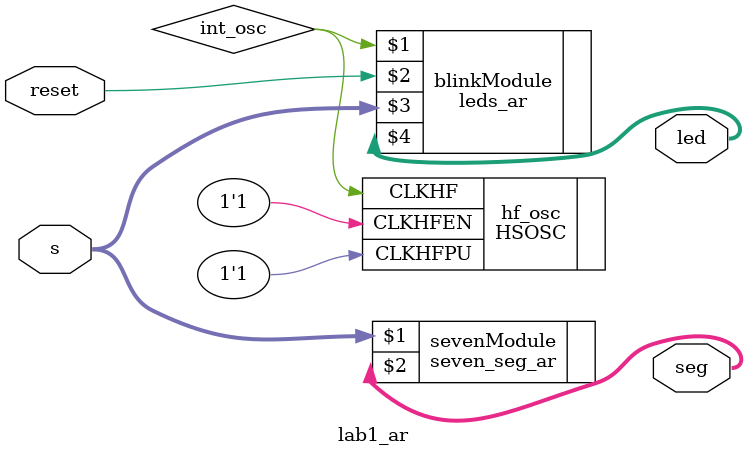
<source format=sv>


module lab1_ar(input logic reset,
	input logic [3:0] s,
	output logic [2:0] led, 
	output logic [6:0] seg);
	
	logic int_osc;
	
	// Internal high-speed oscillator
	HSOSC #(.CLKHF_DIV(2'b01)) 
		hf_osc (.CLKHFPU(1'b1), .CLKHFEN(1'b1), .CLKHF(int_osc));

	// Instantiate Lower Level Modules
	leds_ar blinkModule(int_osc, reset, s, led);
	seven_seg_ar sevenModule(s, seg);
	
endmodule

</source>
